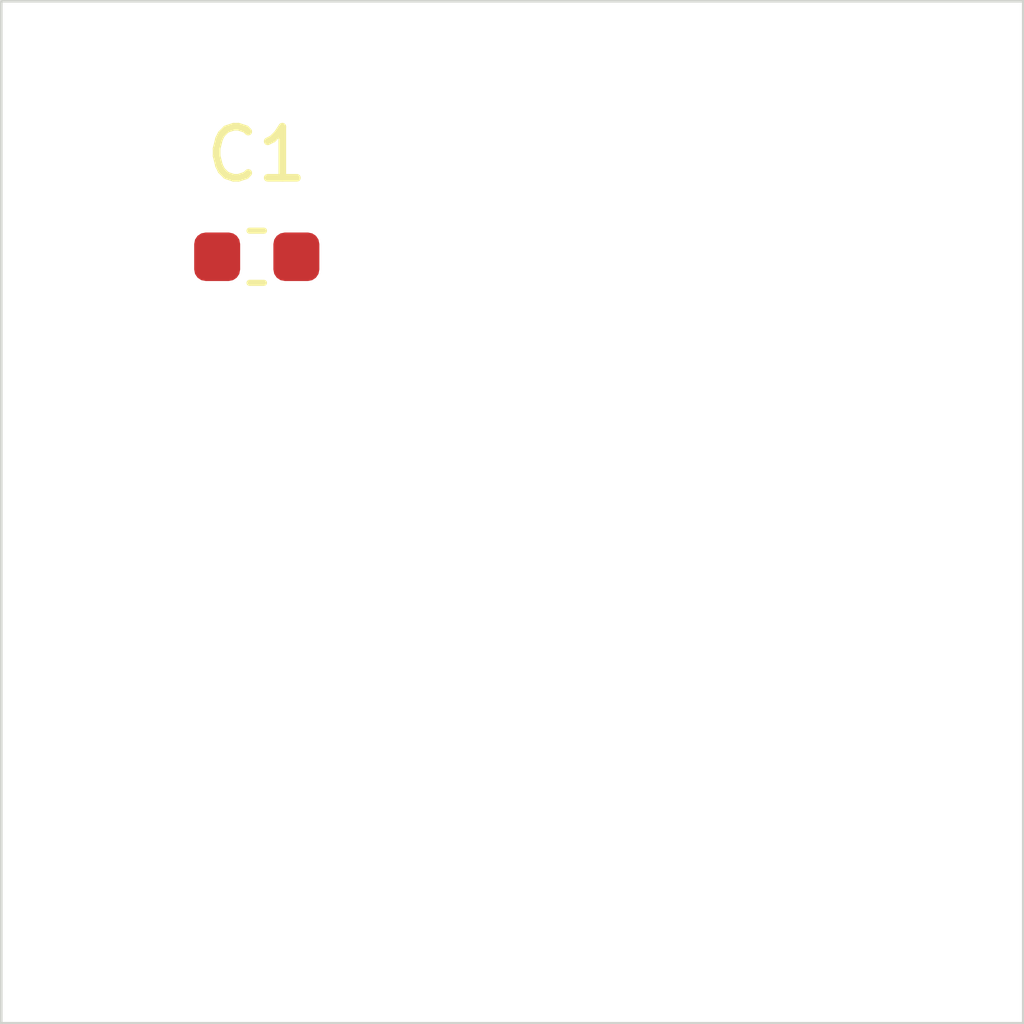
<source format=kicad_pcb>
(kicad_pcb (version 20241229) (generator "pcbnew") (generator_version "9.0")
  (layers (0 "F.Cu" signal) (2 "B.Cu" signal) (13 "F.Paste" user) (15 "B.Paste" user) (5 "F.SilkS" user "F.Silkscreen") (7 "B.SilkS" user "B.Silkscreen") (1 "F.Mask" user) (3 "B.Mask" user) (25 "Edge.Cuts" user))
  (net 0 "")
  (footprint "Capacitor_SMD:C_0603_1608Metric" (layer "F.Cu") (at 5.0 5.0)
    (property "Reference" "C1" (at 0 -2 0) (layer "F.SilkS") (effects (font (size 1.0 1.0))))
    (property "Value" "100nF")
    (fp_line (start -0.14058 -0.51) (end 0.14058 -0.51) (stroke (width 0.12)) (layer "F.SilkS"))
    (fp_line (start -0.14058 0.51) (end 0.14058 0.51) (stroke (width 0.12)) (layer "F.SilkS"))
    (pad "1" smd roundrect (at -0.775 0.0) (size 0.9 0.95) (layers "F.Cu" "F.Mask" "F.Paste"))
    (pad "2" smd roundrect (at 0.775 0.0) (size 0.9 0.95) (layers "F.Cu" "F.Mask" "F.Paste"))
  )
  (gr_rect (start 0 0) (end 20.0 20.0) (stroke (width 0.05)) (fill no) (layer "Edge.Cuts"))
)
</source>
